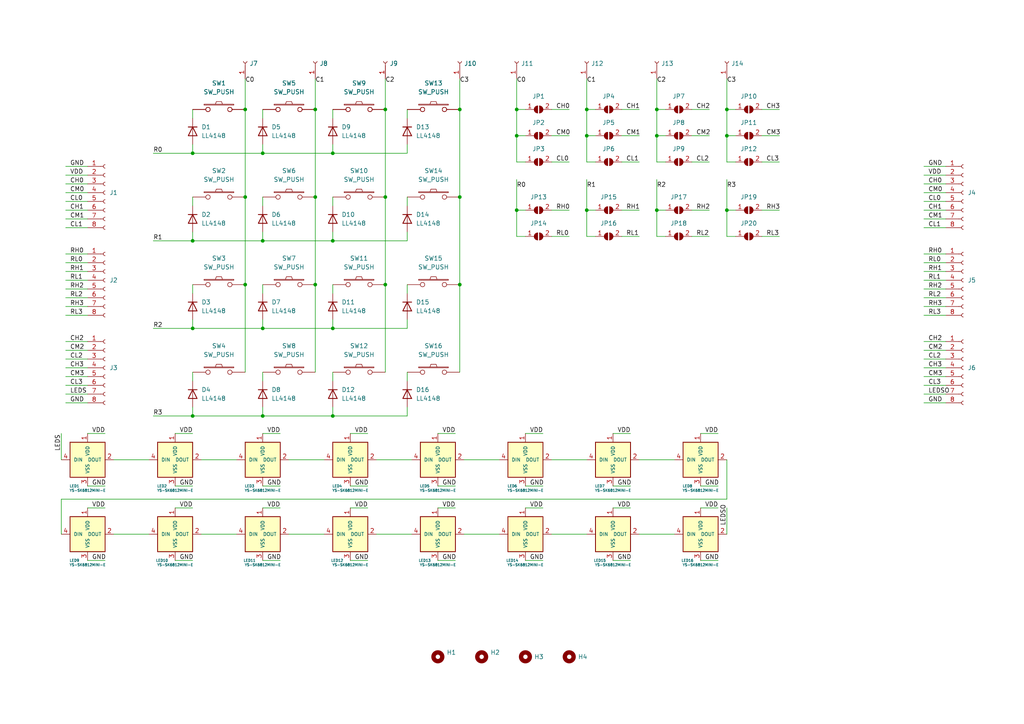
<source format=kicad_sch>
(kicad_sch (version 20211123) (generator eeschema)
  (paper "A4")
  (lib_symbols
    (symbol "Connector:Conn_01x01_Female" (pin_names (offset 1.016) hide)
      (property "Reference" "J" (at 0 2.54 0))
      (property "Value" "Conn_01x01_Female" (at 0 -2.54 0))
      (symbol "Conn_01x01_Female_1_1"
        (polyline (pts (xy -1.27 0) (xy -0.508 0)) (stroke (width 0.1524)))
        (arc (start 0 0.508) (mid -0.508 0) (end 0 -0.508) (stroke (width 0.1524)))
        (pin passive line (at -5.08 0 0) (length 3.81) (name "Pin_1") (number "1"))
      )
    )
    (symbol "Connector:Conn_01x08_Female" (pin_names (offset 1.016) hide)
      (property "Reference" "J" (at 0 10.16 0))
      (property "Value" "Conn_01x08_Female" (at 0 -12.7 0))
      (symbol "Conn_01x08_Female_1_1"
        (arc (start 0 -9.652) (mid -0.508 -10.16) (end 0 -10.668) (stroke (width 0.1524)))
        (arc (start 0 -7.112) (mid -0.508 -7.62) (end 0 -8.128) (stroke (width 0.1524)))
        (arc (start 0 -4.572) (mid -0.508 -5.08) (end 0 -5.588) (stroke (width 0.1524)))
        (arc (start 0 -2.032) (mid -0.508 -2.54) (end 0 -3.048) (stroke (width 0.1524)))
        (polyline (pts (xy -1.27 -10.16) (xy -0.508 -10.16)) (stroke (width 0.1524)))
        (polyline (pts (xy -1.27 -7.62) (xy -0.508 -7.62)) (stroke (width 0.1524)))
        (polyline (pts (xy -1.27 -5.08) (xy -0.508 -5.08)) (stroke (width 0.1524)))
        (polyline (pts (xy -1.27 -2.54) (xy -0.508 -2.54)) (stroke (width 0.1524)))
        (polyline (pts (xy -1.27 0) (xy -0.508 0)) (stroke (width 0.1524)))
        (polyline (pts (xy -1.27 2.54) (xy -0.508 2.54)) (stroke (width 0.1524)))
        (polyline (pts (xy -1.27 5.08) (xy -0.508 5.08)) (stroke (width 0.1524)))
        (polyline (pts (xy -1.27 7.62) (xy -0.508 7.62)) (stroke (width 0.1524)))
        (arc (start 0 0.508) (mid -0.508 0) (end 0 -0.508) (stroke (width 0.1524)))
        (arc (start 0 3.048) (mid -0.508 2.54) (end 0 2.032) (stroke (width 0.1524)))
        (arc (start 0 5.588) (mid -0.508 5.08) (end 0 4.572) (stroke (width 0.1524)))
        (arc (start 0 8.128) (mid -0.508 7.62) (end 0 7.112) (stroke (width 0.1524)))
        (pin passive line (at -5.08 7.62 0) (length 3.81) (name "Pin_1") (number "1"))
        (pin passive line (at -5.08 5.08 0) (length 3.81) (name "Pin_2") (number "2"))
        (pin passive line (at -5.08 2.54 0) (length 3.81) (name "Pin_3") (number "3"))
        (pin passive line (at -5.08 0 0) (length 3.81) (name "Pin_4") (number "4"))
        (pin passive line (at -5.08 -2.54 0) (length 3.81) (name "Pin_5") (number "5"))
        (pin passive line (at -5.08 -5.08 0) (length 3.81) (name "Pin_6") (number "6"))
        (pin passive line (at -5.08 -7.62 0) (length 3.81) (name "Pin_7") (number "7"))
        (pin passive line (at -5.08 -10.16 0) (length 3.81) (name "Pin_8") (number "8"))
      )
    )
    (symbol "Diode:LL4148" (pin_numbers hide) (pin_names (offset 1.016) hide)
      (property "Reference" "D" (at 0 2.54 0))
      (property "Value" "LL4148" (at 0 -2.54 0))
      (symbol "LL4148_0_1"
        (polyline (pts (xy -1.27 1.27) (xy -1.27 -1.27)) (stroke (width 0.254)))
        (polyline (pts (xy 1.27 0) (xy -1.27 0)))
        (polyline (pts (xy 1.27 1.27) (xy 1.27 -1.27) (xy -1.27 0) (xy 1.27 1.27)) (stroke (width 0.254)))
      )
      (symbol "LL4148_1_1"
        (pin passive line (at -3.81 0 0) (length 2.54) (name "K") (number "1"))
        (pin passive line (at 3.81 0 180) (length 2.54) (name "A") (number "2"))
      )
    )
    (symbol "Jumper:SolderJumper_2_Open" (pin_names (offset 0) hide)
      (property "Reference" "JP" (at 0 2.032 0))
      (property "Value" "SolderJumper_2_Open" (at 0 -2.54 0))
      (symbol "SolderJumper_2_Open_0_1"
        (arc (start -0.254 1.016) (mid -1.27 0) (end -0.254 -1.016))
        (arc (start -0.254 1.016) (mid -1.27 0) (end -0.254 -1.016) (fill (type outline)))
        (polyline (pts (xy -0.254 1.016) (xy -0.254 -1.016)))
        (polyline (pts (xy 0.254 1.016) (xy 0.254 -1.016)))
        (arc (start 0.254 -1.016) (mid 1.27 0) (end 0.254 1.016))
        (arc (start 0.254 -1.016) (mid 1.27 0) (end 0.254 1.016) (fill (type outline)))
      )
      (symbol "SolderJumper_2_Open_1_1"
        (pin passive line (at -3.81 0 0) (length 2.54) (name "A") (number "1"))
        (pin passive line (at 3.81 0 180) (length 2.54) (name "B") (number "2"))
      )
    )
    (symbol "Mechanical:MountingHole" (pin_names (offset 1.016))
      (property "Reference" "H" (at 0 5.08 0))
      (property "Value" "MountingHole" (at 0 3.175 0))
      (symbol "MountingHole_0_1"
        (circle (center 0 0) (radius 1.27) (stroke (width 1.27)))
      )
    )
    (symbol "kbd:SW_PUSH" (pin_numbers hide) (pin_names (offset 1.016) hide)
      (property "Reference" "SW" (at 3.81 2.794 0))
      (property "Value" "SW_PUSH" (at 0 -2.032 0))
      (symbol "SW_PUSH_0_1"
        (rectangle (start -4.318 1.27) (end 4.318 1.524))
        (polyline (pts (xy -1.016 1.524) (xy -0.762 2.286) (xy 0.762 2.286) (xy 1.016 1.524)))
        (pin passive inverted (at -7.62 0 0) (length 5.08) (name "1") (number "1"))
        (pin passive inverted (at 7.62 0 180) (length 5.08) (name "2") (number "2"))
      )
    )
    (symbol "kbd:YS-SK6812MINI-E" (pin_names (offset 1.016))
      (property "Reference" "LED" (at 2.54 -7.62 0))
      (property "Value" "YS-SK6812MINI-E" (at 6.35 -6.35 0))
      (symbol "YS-SK6812MINI-E_0_1"
        (rectangle (start -5.08 5.08) (end 5.08 -5.08) (stroke (width 0.254)) (fill (type background)))
      )
      (symbol "YS-SK6812MINI-E_1_1"
        (pin power_in line (at 0 7.62 270) (length 2.54) (name "VDD") (number "1"))
        (pin output line (at 7.62 0 180) (length 2.54) (name "DOUT") (number "2"))
        (pin power_in line (at 0 -7.62 90) (length 2.54) (name "VSS") (number "3"))
        (pin input line (at -7.62 0 0) (length 2.54) (name "DIN") (number "4"))
      )
    )
  )
  (junction (at 190.5 60.96))
  (junction (at 111.76 57.15))
  (junction (at 76.2 95.25))
  (junction (at 71.12 82.55))
  (junction (at 91.44 31.75))
  (junction (at 111.76 82.55))
  (junction (at 210.82 31.75))
  (junction (at 55.88 44.45))
  (junction (at 55.88 95.25))
  (junction (at 76.2 44.45))
  (junction (at 170.18 31.75))
  (junction (at 170.18 60.96))
  (junction (at 96.52 44.45))
  (junction (at 149.86 39.37))
  (junction (at 111.76 31.75))
  (junction (at 133.35 57.15))
  (junction (at 149.86 60.96))
  (junction (at 170.18 39.37))
  (junction (at 190.5 39.37))
  (junction (at 96.52 69.85))
  (junction (at 190.5 31.75))
  (junction (at 76.2 69.85))
  (junction (at 76.2 120.65))
  (junction (at 55.88 69.85))
  (junction (at 91.44 82.55))
  (junction (at 210.82 60.96))
  (junction (at 91.44 57.15))
  (junction (at 71.12 57.15))
  (junction (at 133.35 82.55))
  (junction (at 55.88 120.65))
  (junction (at 149.86 31.75))
  (junction (at 96.52 120.65))
  (junction (at 96.52 95.25))
  (junction (at 71.12 31.75))
  (junction (at 133.35 31.75))
  (junction (at 210.82 39.37))
  (wire (pts (xy 267.97 81.28) (xy 274.32 81.28)))
  (wire (pts (xy 44.45 120.65) (xy 55.88 120.65)))
  (wire (pts (xy 149.86 60.96) (xy 149.86 68.58)))
  (wire (pts (xy 19.05 101.6) (xy 25.4 101.6)))
  (wire (pts (xy 83.82 154.94) (xy 93.98 154.94)))
  (wire (pts (xy 210.82 22.86) (xy 210.82 31.75)))
  (wire (pts (xy 76.2 125.73) (xy 81.28 125.73)))
  (wire (pts (xy 190.5 60.96) (xy 190.5 68.58)))
  (wire (pts (xy 185.42 154.94) (xy 195.58 154.94)))
  (wire (pts (xy 55.88 31.75) (xy 55.88 34.29)))
  (wire (pts (xy 180.34 31.75) (xy 185.42 31.75)))
  (wire (pts (xy 127 147.32) (xy 132.08 147.32)))
  (wire (pts (xy 118.11 57.15) (xy 118.11 59.69)))
  (wire (pts (xy 118.11 120.65) (xy 118.11 118.11)))
  (wire (pts (xy 170.18 31.75) (xy 172.72 31.75)))
  (wire (pts (xy 210.82 68.58) (xy 213.36 68.58)))
  (wire (pts (xy 210.82 60.96) (xy 210.82 68.58)))
  (wire (pts (xy 267.97 114.3) (xy 274.32 114.3)))
  (wire (pts (xy 200.66 31.75) (xy 205.74 31.75)))
  (wire (pts (xy 210.82 60.96) (xy 213.36 60.96)))
  (wire (pts (xy 220.98 60.96) (xy 226.06 60.96)))
  (wire (pts (xy 267.97 88.9) (xy 274.32 88.9)))
  (wire (pts (xy 55.88 107.95) (xy 55.88 110.49)))
  (wire (pts (xy 190.5 31.75) (xy 193.04 31.75)))
  (wire (pts (xy 160.02 46.99) (xy 165.1 46.99)))
  (wire (pts (xy 76.2 57.15) (xy 76.2 59.69)))
  (wire (pts (xy 149.86 39.37) (xy 149.86 46.99)))
  (wire (pts (xy 96.52 44.45) (xy 118.11 44.45)))
  (wire (pts (xy 267.97 48.26) (xy 274.32 48.26)))
  (wire (pts (xy 55.88 44.45) (xy 76.2 44.45)))
  (wire (pts (xy 19.05 83.82) (xy 25.4 83.82)))
  (wire (pts (xy 71.12 22.86) (xy 71.12 31.75)))
  (wire (pts (xy 180.34 46.99) (xy 185.42 46.99)))
  (wire (pts (xy 19.05 88.9) (xy 25.4 88.9)))
  (wire (pts (xy 19.05 63.5) (xy 25.4 63.5)))
  (wire (pts (xy 44.45 44.45) (xy 55.88 44.45)))
  (wire (pts (xy 127 140.97) (xy 132.08 140.97)))
  (wire (pts (xy 200.66 68.58) (xy 205.74 68.58)))
  (wire (pts (xy 76.2 67.31) (xy 76.2 69.85)))
  (wire (pts (xy 127 162.56) (xy 132.08 162.56)))
  (wire (pts (xy 180.34 39.37) (xy 185.42 39.37)))
  (wire (pts (xy 25.4 162.56) (xy 30.48 162.56)))
  (wire (pts (xy 134.62 133.35) (xy 144.78 133.35)))
  (wire (pts (xy 267.97 73.66) (xy 274.32 73.66)))
  (wire (pts (xy 19.05 81.28) (xy 25.4 81.28)))
  (wire (pts (xy 118.11 82.55) (xy 118.11 85.09)))
  (wire (pts (xy 149.86 52.07) (xy 149.86 60.96)))
  (wire (pts (xy 267.97 106.68) (xy 274.32 106.68)))
  (wire (pts (xy 55.88 92.71) (xy 55.88 95.25)))
  (wire (pts (xy 19.05 109.22) (xy 25.4 109.22)))
  (wire (pts (xy 190.5 68.58) (xy 193.04 68.58)))
  (wire (pts (xy 170.18 60.96) (xy 170.18 68.58)))
  (wire (pts (xy 96.52 95.25) (xy 118.11 95.25)))
  (wire (pts (xy 76.2 41.91) (xy 76.2 44.45)))
  (wire (pts (xy 50.8 140.97) (xy 55.88 140.97)))
  (wire (pts (xy 76.2 95.25) (xy 96.52 95.25)))
  (wire (pts (xy 152.4 147.32) (xy 157.48 147.32)))
  (wire (pts (xy 210.82 31.75) (xy 210.82 39.37)))
  (wire (pts (xy 71.12 82.55) (xy 71.12 107.95)))
  (wire (pts (xy 118.11 69.85) (xy 118.11 67.31)))
  (wire (pts (xy 91.44 31.75) (xy 91.44 57.15)))
  (wire (pts (xy 133.35 57.15) (xy 133.35 82.55)))
  (wire (pts (xy 19.05 86.36) (xy 25.4 86.36)))
  (wire (pts (xy 101.6 147.32) (xy 106.68 147.32)))
  (wire (pts (xy 203.2 140.97) (xy 208.28 140.97)))
  (wire (pts (xy 71.12 31.75) (xy 71.12 57.15)))
  (wire (pts (xy 17.78 144.78) (xy 17.78 154.94)))
  (wire (pts (xy 91.44 57.15) (xy 91.44 82.55)))
  (wire (pts (xy 190.5 39.37) (xy 193.04 39.37)))
  (wire (pts (xy 91.44 22.86) (xy 91.44 31.75)))
  (wire (pts (xy 44.45 69.85) (xy 55.88 69.85)))
  (wire (pts (xy 267.97 109.22) (xy 274.32 109.22)))
  (wire (pts (xy 267.97 63.5) (xy 274.32 63.5)))
  (wire (pts (xy 55.88 120.65) (xy 76.2 120.65)))
  (wire (pts (xy 118.11 107.95) (xy 118.11 110.49)))
  (wire (pts (xy 160.02 31.75) (xy 165.1 31.75)))
  (wire (pts (xy 267.97 101.6) (xy 274.32 101.6)))
  (wire (pts (xy 101.6 125.73) (xy 106.68 125.73)))
  (wire (pts (xy 267.97 116.84) (xy 274.32 116.84)))
  (wire (pts (xy 190.5 52.07) (xy 190.5 60.96)))
  (wire (pts (xy 267.97 86.36) (xy 274.32 86.36)))
  (wire (pts (xy 76.2 107.95) (xy 76.2 110.49)))
  (wire (pts (xy 267.97 78.74) (xy 274.32 78.74)))
  (wire (pts (xy 91.44 82.55) (xy 91.44 107.95)))
  (wire (pts (xy 96.52 92.71) (xy 96.52 95.25)))
  (wire (pts (xy 50.8 125.73) (xy 55.88 125.73)))
  (wire (pts (xy 19.05 58.42) (xy 25.4 58.42)))
  (wire (pts (xy 33.02 154.94) (xy 43.18 154.94)))
  (wire (pts (xy 19.05 50.8) (xy 25.4 50.8)))
  (wire (pts (xy 76.2 31.75) (xy 76.2 34.29)))
  (wire (pts (xy 127 125.73) (xy 132.08 125.73)))
  (wire (pts (xy 118.11 44.45) (xy 118.11 41.91)))
  (wire (pts (xy 83.82 133.35) (xy 93.98 133.35)))
  (wire (pts (xy 101.6 140.97) (xy 106.68 140.97)))
  (wire (pts (xy 96.52 118.11) (xy 96.52 120.65)))
  (wire (pts (xy 160.02 154.94) (xy 170.18 154.94)))
  (wire (pts (xy 111.76 31.75) (xy 111.76 57.15)))
  (wire (pts (xy 149.86 60.96) (xy 152.4 60.96)))
  (wire (pts (xy 267.97 58.42) (xy 274.32 58.42)))
  (wire (pts (xy 76.2 44.45) (xy 96.52 44.45)))
  (wire (pts (xy 160.02 68.58) (xy 165.1 68.58)))
  (wire (pts (xy 25.4 125.73) (xy 30.48 125.73)))
  (wire (pts (xy 267.97 66.04) (xy 274.32 66.04)))
  (wire (pts (xy 109.22 154.94) (xy 119.38 154.94)))
  (wire (pts (xy 58.42 133.35) (xy 68.58 133.35)))
  (wire (pts (xy 96.52 107.95) (xy 96.52 110.49)))
  (wire (pts (xy 133.35 31.75) (xy 133.35 57.15)))
  (wire (pts (xy 267.97 55.88) (xy 274.32 55.88)))
  (wire (pts (xy 220.98 31.75) (xy 226.06 31.75)))
  (wire (pts (xy 55.88 82.55) (xy 55.88 85.09)))
  (wire (pts (xy 19.05 60.96) (xy 25.4 60.96)))
  (wire (pts (xy 152.4 162.56) (xy 157.48 162.56)))
  (wire (pts (xy 170.18 60.96) (xy 172.72 60.96)))
  (wire (pts (xy 76.2 120.65) (xy 96.52 120.65)))
  (wire (pts (xy 210.82 39.37) (xy 210.82 46.99)))
  (wire (pts (xy 19.05 106.68) (xy 25.4 106.68)))
  (wire (pts (xy 76.2 82.55) (xy 76.2 85.09)))
  (wire (pts (xy 152.4 125.73) (xy 157.48 125.73)))
  (wire (pts (xy 170.18 39.37) (xy 170.18 46.99)))
  (wire (pts (xy 19.05 111.76) (xy 25.4 111.76)))
  (wire (pts (xy 177.8 140.97) (xy 182.88 140.97)))
  (wire (pts (xy 25.4 140.97) (xy 30.48 140.97)))
  (wire (pts (xy 19.05 99.06) (xy 25.4 99.06)))
  (wire (pts (xy 185.42 133.35) (xy 195.58 133.35)))
  (wire (pts (xy 19.05 55.88) (xy 25.4 55.88)))
  (wire (pts (xy 55.88 57.15) (xy 55.88 59.69)))
  (wire (pts (xy 133.35 82.55) (xy 133.35 107.95)))
  (wire (pts (xy 267.97 83.82) (xy 274.32 83.82)))
  (wire (pts (xy 190.5 39.37) (xy 190.5 46.99)))
  (wire (pts (xy 76.2 140.97) (xy 81.28 140.97)))
  (wire (pts (xy 133.35 22.86) (xy 133.35 31.75)))
  (wire (pts (xy 111.76 22.86) (xy 111.76 31.75)))
  (wire (pts (xy 177.8 147.32) (xy 182.88 147.32)))
  (wire (pts (xy 76.2 92.71) (xy 76.2 95.25)))
  (wire (pts (xy 203.2 162.56) (xy 208.28 162.56)))
  (wire (pts (xy 220.98 46.99) (xy 226.06 46.99)))
  (wire (pts (xy 149.86 68.58) (xy 152.4 68.58)))
  (wire (pts (xy 55.88 69.85) (xy 76.2 69.85)))
  (wire (pts (xy 76.2 69.85) (xy 96.52 69.85)))
  (wire (pts (xy 170.18 31.75) (xy 170.18 39.37)))
  (wire (pts (xy 96.52 67.31) (xy 96.52 69.85)))
  (wire (pts (xy 200.66 46.99) (xy 205.74 46.99)))
  (wire (pts (xy 111.76 57.15) (xy 111.76 82.55)))
  (wire (pts (xy 149.86 22.86) (xy 149.86 31.75)))
  (wire (pts (xy 210.82 52.07) (xy 210.82 60.96)))
  (wire (pts (xy 118.11 31.75) (xy 118.11 34.29)))
  (wire (pts (xy 170.18 39.37) (xy 172.72 39.37)))
  (wire (pts (xy 210.82 133.35) (xy 210.82 144.78)))
  (wire (pts (xy 96.52 82.55) (xy 96.52 85.09)))
  (wire (pts (xy 50.8 147.32) (xy 55.88 147.32)))
  (wire (pts (xy 17.78 125.73) (xy 17.78 133.35)))
  (wire (pts (xy 152.4 140.97) (xy 157.48 140.97)))
  (wire (pts (xy 76.2 147.32) (xy 81.28 147.32)))
  (wire (pts (xy 55.88 118.11) (xy 55.88 120.65)))
  (wire (pts (xy 190.5 31.75) (xy 190.5 39.37)))
  (wire (pts (xy 203.2 125.73) (xy 208.28 125.73)))
  (wire (pts (xy 177.8 125.73) (xy 182.88 125.73)))
  (wire (pts (xy 25.4 147.32) (xy 30.48 147.32)))
  (wire (pts (xy 170.18 22.86) (xy 170.18 31.75)))
  (wire (pts (xy 96.52 120.65) (xy 118.11 120.65)))
  (wire (pts (xy 267.97 111.76) (xy 274.32 111.76)))
  (wire (pts (xy 149.86 31.75) (xy 149.86 39.37)))
  (wire (pts (xy 50.8 162.56) (xy 55.88 162.56)))
  (wire (pts (xy 19.05 78.74) (xy 25.4 78.74)))
  (wire (pts (xy 220.98 68.58) (xy 226.06 68.58)))
  (wire (pts (xy 160.02 133.35) (xy 170.18 133.35)))
  (wire (pts (xy 134.62 154.94) (xy 144.78 154.94)))
  (wire (pts (xy 267.97 91.44) (xy 274.32 91.44)))
  (wire (pts (xy 19.05 73.66) (xy 25.4 73.66)))
  (wire (pts (xy 177.8 162.56) (xy 182.88 162.56)))
  (wire (pts (xy 118.11 95.25) (xy 118.11 92.71)))
  (wire (pts (xy 180.34 68.58) (xy 185.42 68.58)))
  (wire (pts (xy 190.5 22.86) (xy 190.5 31.75)))
  (wire (pts (xy 96.52 41.91) (xy 96.52 44.45)))
  (wire (pts (xy 19.05 116.84) (xy 25.4 116.84)))
  (wire (pts (xy 180.34 60.96) (xy 185.42 60.96)))
  (wire (pts (xy 71.12 57.15) (xy 71.12 82.55)))
  (wire (pts (xy 170.18 52.07) (xy 170.18 60.96)))
  (wire (pts (xy 267.97 104.14) (xy 274.32 104.14)))
  (wire (pts (xy 19.05 66.04) (xy 25.4 66.04)))
  (wire (pts (xy 19.05 91.44) (xy 25.4 91.44)))
  (wire (pts (xy 210.82 31.75) (xy 213.36 31.75)))
  (wire (pts (xy 267.97 60.96) (xy 274.32 60.96)))
  (wire (pts (xy 101.6 162.56) (xy 106.68 162.56)))
  (wire (pts (xy 96.52 69.85) (xy 118.11 69.85)))
  (wire (pts (xy 203.2 147.32) (xy 208.28 147.32)))
  (wire (pts (xy 267.97 53.34) (xy 274.32 53.34)))
  (wire (pts (xy 267.97 99.06) (xy 274.32 99.06)))
  (wire (pts (xy 220.98 39.37) (xy 226.06 39.37)))
  (wire (pts (xy 210.82 39.37) (xy 213.36 39.37)))
  (wire (pts (xy 190.5 60.96) (xy 193.04 60.96)))
  (wire (pts (xy 58.42 154.94) (xy 68.58 154.94)))
  (wire (pts (xy 19.05 114.3) (xy 25.4 114.3)))
  (wire (pts (xy 44.45 95.25) (xy 55.88 95.25)))
  (wire (pts (xy 200.66 39.37) (xy 205.74 39.37)))
  (wire (pts (xy 19.05 76.2) (xy 25.4 76.2)))
  (wire (pts (xy 19.05 48.26) (xy 25.4 48.26)))
  (wire (pts (xy 172.72 46.99) (xy 170.18 46.99)))
  (wire (pts (xy 267.97 76.2) (xy 274.32 76.2)))
  (wire (pts (xy 200.66 60.96) (xy 205.74 60.96)))
  (wire (pts (xy 111.76 82.55) (xy 111.76 107.95)))
  (wire (pts (xy 149.86 39.37) (xy 152.4 39.37)))
  (wire (pts (xy 170.18 68.58) (xy 172.72 68.58)))
  (wire (pts (xy 193.04 46.99) (xy 190.5 46.99)))
  (wire (pts (xy 33.02 133.35) (xy 43.18 133.35)))
  (wire (pts (xy 109.22 133.35) (xy 119.38 133.35)))
  (wire (pts (xy 160.02 60.96) (xy 165.1 60.96)))
  (wire (pts (xy 55.88 67.31) (xy 55.88 69.85)))
  (wire (pts (xy 96.52 31.75) (xy 96.52 34.29)))
  (wire (pts (xy 19.05 104.14) (xy 25.4 104.14)))
  (wire (pts (xy 96.52 57.15) (xy 96.52 59.69)))
  (wire (pts (xy 55.88 41.91) (xy 55.88 44.45)))
  (wire (pts (xy 55.88 95.25) (xy 76.2 95.25)))
  (wire (pts (xy 160.02 39.37) (xy 165.1 39.37)))
  (wire (pts (xy 76.2 118.11) (xy 76.2 120.65)))
  (wire (pts (xy 149.86 31.75) (xy 152.4 31.75)))
  (wire (pts (xy 152.4 46.99) (xy 149.86 46.99)))
  (wire (pts (xy 267.97 50.8) (xy 274.32 50.8)))
  (wire (pts (xy 76.2 162.56) (xy 81.28 162.56)))
  (wire (pts (xy 213.36 46.99) (xy 210.82 46.99)))
  (wire (pts (xy 210.82 144.78) (xy 17.78 144.78)))
  (wire (pts (xy 210.82 147.32) (xy 210.82 154.94)))
  (wire (pts (xy 19.05 53.34) (xy 25.4 53.34)))
  (label "GND" (at 153.67 140.97 0))
  (label "RL2" (at 20.32 86.36 0))
  (label "CH2" (at 269.24 99.06 0))
  (label "GND" (at 77.47 140.97 0))
  (label "CH0" (at 161.29 31.75 0))
  (label "RL0" (at 269.24 76.2 0))
  (label "RL2" (at 201.93 68.58 0))
  (label "VDD" (at 52.07 147.32 0))
  (label "RL3" (at 222.25 68.58 0))
  (label "RL0" (at 20.32 76.2 0))
  (label "CM0" (at 269.24 55.88 0))
  (label "R3" (at 44.45 120.65 0))
  (label "RH0" (at 20.32 73.66 0))
  (label "R0" (at 149.86 54.61 0))
  (label "CM2" (at 201.93 39.37 0))
  (label "GND" (at 128.27 140.97 0))
  (label "CL1" (at 269.24 66.04 0))
  (label "CL0" (at 161.29 46.99 0))
  (label "VDD" (at 102.87 147.32 0))
  (label "GND" (at 52.07 140.97 0))
  (label "CL2" (at 20.32 104.14 0))
  (label "CL3" (at 20.32 111.76 0))
  (label "VDD" (at 128.27 125.73 0))
  (label "GND" (at 77.47 162.56 0))
  (label "LEDS" (at 20.32 114.3 0))
  (label "C2" (at 111.76 24.13 0))
  (label "VDD" (at 77.47 147.32 0))
  (label "VDD" (at 52.07 125.73 0))
  (label "CL3" (at 269.24 111.76 0))
  (label "RH1" (at 181.61 60.96 0))
  (label "VDD" (at 204.47 147.32 0))
  (label "VDD" (at 26.67 147.32 0))
  (label "C1" (at 170.18 24.13 0))
  (label "VDD" (at 128.27 147.32 0))
  (label "CL0" (at 20.32 58.42 0))
  (label "CH3" (at 20.32 106.68 0))
  (label "CM1" (at 181.61 39.37 0))
  (label "C2" (at 190.5 24.13 0))
  (label "CH3" (at 269.24 106.68 0))
  (label "CL1" (at 181.61 46.99 0))
  (label "VDD" (at 20.32 50.8 0))
  (label "GND" (at 179.07 162.56 0))
  (label "RL2" (at 269.24 86.36 0))
  (label "GND" (at 269.24 116.84 0))
  (label "CM3" (at 269.24 109.22 0))
  (label "VDD" (at 102.87 125.73 0))
  (label "VDD" (at 204.47 125.73 0))
  (label "CL0" (at 269.24 58.42 0))
  (label "RL1" (at 20.32 81.28 0))
  (label "GND" (at 128.27 162.56 0))
  (label "RH0" (at 161.29 60.96 0))
  (label "R3" (at 210.82 54.61 0))
  (label "RL1" (at 181.61 68.58 0))
  (label "RL0" (at 161.29 68.58 0))
  (label "GND" (at 102.87 162.56 0))
  (label "VDD" (at 269.24 50.8 0))
  (label "VDD" (at 153.67 147.32 0))
  (label "VDD" (at 77.47 125.73 0))
  (label "GND" (at 26.67 162.56 0))
  (label "CH0" (at 269.24 53.34 0))
  (label "C0" (at 71.12 24.13 0))
  (label "VDD" (at 26.67 125.73 0))
  (label "CH0" (at 20.32 53.34 0))
  (label "CH1" (at 269.24 60.96 0))
  (label "GND" (at 26.67 140.97 0))
  (label "RH1" (at 20.32 78.74 0))
  (label "CM0" (at 20.32 55.88 0))
  (label "LEDS" (at 17.78 130.81 90))
  (label "CH1" (at 20.32 60.96 0))
  (label "C0" (at 149.86 24.13 0))
  (label "CL1" (at 20.32 66.04 0))
  (label "RH2" (at 269.24 83.82 0))
  (label "CM1" (at 269.24 63.5 0))
  (label "CM2" (at 269.24 101.6 0))
  (label "RL1" (at 269.24 81.28 0))
  (label "CH2" (at 20.32 99.06 0))
  (label "R1" (at 44.45 69.85 0))
  (label "R1" (at 170.18 54.61 0))
  (label "GND" (at 153.67 162.56 0))
  (label "GND" (at 102.87 140.97 0))
  (label "CL2" (at 201.93 46.99 0))
  (label "RL3" (at 20.32 91.44 0))
  (label "C1" (at 91.44 24.13 0))
  (label "CM3" (at 222.25 39.37 0))
  (label "RH3" (at 222.25 60.96 0))
  (label "GND" (at 204.47 162.56 0))
  (label "RH3" (at 269.24 88.9 0))
  (label "CH2" (at 201.93 31.75 0))
  (label "CM1" (at 20.32 63.5 0))
  (label "C3" (at 133.35 24.13 0))
  (label "VDD" (at 179.07 125.73 0))
  (label "CL2" (at 269.24 104.14 0))
  (label "C3" (at 210.82 24.13 0))
  (label "VDD" (at 179.07 147.32 0))
  (label "RH1" (at 269.24 78.74 0))
  (label "RH0" (at 269.24 73.66 0))
  (label "RH2" (at 201.93 60.96 0))
  (label "GND" (at 179.07 140.97 0))
  (label "CL3" (at 222.25 46.99 0))
  (label "GND" (at 20.32 48.26 0))
  (label "CH1" (at 181.61 31.75 0))
  (label "CM0" (at 161.29 39.37 0))
  (label "VDD" (at 153.67 125.73 0))
  (label "GND" (at 204.47 140.97 0))
  (label "RH2" (at 20.32 83.82 0))
  (label "GND" (at 269.24 48.26 0))
  (label "R0" (at 44.45 44.45 0))
  (label "RL3" (at 269.24 91.44 0))
  (label "CM2" (at 20.32 101.6 0))
  (label "R2" (at 190.5 54.61 0))
  (label "R2" (at 44.45 95.25 0))
  (label "GND" (at 20.32 116.84 0))
  (label "RH3" (at 20.32 88.9 0))
  (label "CH3" (at 222.25 31.75 0))
  (label "GND" (at 52.07 162.56 0))
  (label "LEDSO" (at 269.24 114.3 0))
  (label "CM3" (at 20.32 109.22 0))
  (label "LEDSO" (at 210.82 152.4 90))
  (symbol (lib_id "Diode:LL4148") (at 76.2 38.1 270) (unit 1)
    (property "Reference" "D5" (at 78.74 36.8299 90) (effects (justify left)))
    (property "Value" "LL4148" (at 78.74 39.3699 90) (effects (justify left)))
    (property "Footprint" "Diode_SMD:D_MiniMELF" (effects hide))
    (property "Datasheet" "http://www.vishay.com/docs/85557/ll4148.pdf" (effects hide))
  )
  (symbol (lib_id "kbd:SW_PUSH") (at 63.5 57.15 0) (unit 1)
    (property "Reference" "SW2" (at 63.5 49.53 0))
    (property "Value" "SW_PUSH" (at 63.5 52.07 0))
    (property "Footprint" "kbd:CherryMX_Hotswap" (effects hide))
  )
  (symbol (lib_id "Connector:Conn_01x08_Female") (at 279.4 55.88 0) (unit 1)
    (property "Reference" "J4" (at 280.67 55.8799 0) (effects (justify left)))
    (property "Value" "Conn_01x08_Female" (effects hide))
    (property "Footprint" "Connector_PinHeader_2.54mm:PinHeader_1x08_P2.54mm_Horizontal" (effects hide))
  )
  (symbol (lib_id "Connector:Conn_01x08_Female") (at 30.48 106.68 0) (unit 1)
    (property "Reference" "J3" (at 31.75 106.6799 0) (effects (justify left)))
    (property "Value" "Conn_01x08_Female" (effects hide))
    (property "Footprint" "Connector_PinSocket_2.54mm:PinSocket_1x08_P2.54mm_Horizontal" (effects hide))
  )
  (symbol (lib_id "kbd:SW_PUSH") (at 104.14 57.15 0) (unit 1)
    (property "Reference" "SW10" (at 104.14 49.53 0))
    (property "Value" "SW_PUSH" (at 104.14 52.07 0))
    (property "Footprint" "kbd:CherryMX_Hotswap" (effects hide))
  )
  (symbol (lib_id "Connector:Conn_01x01_Female") (at 149.86 17.78 90) (unit 1)
    (property "Reference" "J11" (at 151.13 18.4149 90) (effects (justify right)))
    (property "Value" "Conn_01x01_Female" (effects hide))
    (property "Footprint" "Connector_PinHeader_2.54mm:PinHeader_1x01_P2.54mm_Horizontal" (effects hide))
  )
  (symbol (lib_id "Jumper:SolderJumper_2_Open") (at 156.21 60.96 0) (unit 1)
    (property "Reference" "JP13" (at 156.21 57.15 0))
    (property "Value" "SolderJumper_2_Open" (effects hide))
    (property "Footprint" "kbd:Jumper" (effects hide))
  )
  (symbol (lib_id "Connector:Conn_01x01_Female") (at 71.12 17.78 90) (unit 1)
    (property "Reference" "J7" (at 72.39 18.4149 90) (effects (justify right)))
    (property "Value" "Conn_01x01_Female" (effects hide))
    (property "Footprint" "Connector_PinSocket_2.54mm:PinSocket_1x01_P2.54mm_Horizontal" (effects hide))
  )
  (symbol (lib_id "Diode:LL4148") (at 96.52 38.1 270) (unit 1)
    (property "Reference" "D9" (at 99.06 36.8299 90) (effects (justify left)))
    (property "Value" "LL4148" (at 99.06 39.3699 90) (effects (justify left)))
    (property "Footprint" "Diode_SMD:D_MiniMELF" (effects hide))
    (property "Datasheet" "http://www.vishay.com/docs/85557/ll4148.pdf" (effects hide))
  )
  (symbol (lib_id "kbd:YS-SK6812MINI-E") (at 101.6 133.35 0) (unit 1)
    (property "Reference" "LED4" (at 97.79 140.97 0) (effects (font (size 0.7366 0.7366))))
    (property "Value" "YS-SK6812MINI-E" (at 101.6 142.24 0) (effects (font (size 0.7366 0.7366))))
    (property "Footprint" "kbd:YS-SK6812MINI-E" (effects hide))
  )
  (symbol (lib_id "kbd:YS-SK6812MINI-E") (at 101.6 154.94 0) (unit 1)
    (property "Reference" "LED12" (at 97.79 162.56 0) (effects (font (size 0.7366 0.7366))))
    (property "Value" "YS-SK6812MINI-E" (at 101.6 163.83 0) (effects (font (size 0.7366 0.7366))))
    (property "Footprint" "kbd:YS-SK6812MINI-E" (effects hide))
  )
  (symbol (lib_id "Diode:LL4148") (at 55.88 114.3 270) (unit 1)
    (property "Reference" "D4" (at 58.42 113.0299 90) (effects (justify left)))
    (property "Value" "LL4148" (at 58.42 115.5699 90) (effects (justify left)))
    (property "Footprint" "Diode_SMD:D_MiniMELF" (effects hide))
    (property "Datasheet" "http://www.vishay.com/docs/85557/ll4148.pdf" (effects hide))
  )
  (symbol (lib_id "Mechanical:MountingHole") (at 127 190.5 0) (unit 1)
    (property "Reference" "H1" (at 129.54 189.2299 0) (effects (justify left)))
    (property "Value" "MountingHole" (effects hide))
    (property "Footprint" "MountingHole:MountingHole_3.2mm_M3_ISO7380" (effects hide))
  )
  (symbol (lib_id "Connector:Conn_01x01_Female") (at 190.5 17.78 90) (unit 1)
    (property "Reference" "J13" (at 191.77 18.4149 90) (effects (justify right)))
    (property "Value" "Conn_01x01_Female" (effects hide))
    (property "Footprint" "Connector_PinHeader_2.54mm:PinHeader_1x01_P2.54mm_Horizontal" (effects hide))
  )
  (symbol (lib_id "kbd:SW_PUSH") (at 125.73 82.55 0) (unit 1)
    (property "Reference" "SW15" (at 125.73 74.93 0))
    (property "Value" "SW_PUSH" (at 125.73 77.47 0))
    (property "Footprint" "kbd:CherryMX_Hotswap" (effects hide))
  )
  (symbol (lib_id "Connector:Conn_01x01_Female") (at 111.76 17.78 90) (unit 1)
    (property "Reference" "J9" (at 113.03 18.4149 90) (effects (justify right)))
    (property "Value" "Conn_01x01_Female" (effects hide))
    (property "Footprint" "Connector_PinSocket_2.54mm:PinSocket_1x01_P2.54mm_Horizontal" (effects hide))
  )
  (symbol (lib_id "kbd:SW_PUSH") (at 63.5 31.75 0) (unit 1)
    (property "Reference" "SW1" (at 63.5 24.13 0))
    (property "Value" "SW_PUSH" (at 63.5 26.67 0))
    (property "Footprint" "kbd:CherryMX_Hotswap" (effects hide))
  )
  (symbol (lib_id "Connector:Conn_01x01_Female") (at 133.35 17.78 90) (unit 1)
    (property "Reference" "J10" (at 134.62 18.4149 90) (effects (justify right)))
    (property "Value" "Conn_01x01_Female" (effects hide))
    (property "Footprint" "Connector_PinSocket_2.54mm:PinSocket_1x01_P2.54mm_Horizontal" (effects hide))
  )
  (symbol (lib_id "Connector:Conn_01x01_Female") (at 91.44 17.78 90) (unit 1)
    (property "Reference" "J8" (at 92.71 18.4149 90) (effects (justify right)))
    (property "Value" "Conn_01x01_Female" (effects hide))
    (property "Footprint" "Connector_PinSocket_2.54mm:PinSocket_1x01_P2.54mm_Horizontal" (effects hide))
  )
  (symbol (lib_id "kbd:SW_PUSH") (at 125.73 57.15 0) (unit 1)
    (property "Reference" "SW14" (at 125.73 49.53 0))
    (property "Value" "SW_PUSH" (at 125.73 52.07 0))
    (property "Footprint" "kbd:CherryMX_Hotswap" (effects hide))
  )
  (symbol (lib_id "kbd:SW_PUSH") (at 63.5 107.95 0) (unit 1)
    (property "Reference" "SW4" (at 63.5 100.33 0))
    (property "Value" "SW_PUSH" (at 63.5 102.87 0))
    (property "Footprint" "kbd:CherryMX_Hotswap" (effects hide))
  )
  (symbol (lib_id "kbd:SW_PUSH") (at 63.5 82.55 0) (unit 1)
    (property "Reference" "SW3" (at 63.5 74.93 0))
    (property "Value" "SW_PUSH" (at 63.5 77.47 0))
    (property "Footprint" "kbd:CherryMX_Hotswap" (effects hide))
  )
  (symbol (lib_id "kbd:SW_PUSH") (at 104.14 107.95 0) (unit 1)
    (property "Reference" "SW12" (at 104.14 100.33 0))
    (property "Value" "SW_PUSH" (at 104.14 102.87 0))
    (property "Footprint" "kbd:CherryMX_Hotswap" (effects hide))
  )
  (symbol (lib_id "kbd:YS-SK6812MINI-E") (at 203.2 154.94 0) (unit 1)
    (property "Reference" "LED16" (at 199.39 162.56 0) (effects (font (size 0.7366 0.7366))))
    (property "Value" "YS-SK6812MINI-E" (at 203.2 163.83 0) (effects (font (size 0.7366 0.7366))))
    (property "Footprint" "kbd:YS-SK6812MINI-E" (effects hide))
  )
  (symbol (lib_id "Diode:LL4148") (at 55.88 63.5 270) (unit 1)
    (property "Reference" "D2" (at 58.42 62.2299 90) (effects (justify left)))
    (property "Value" "LL4148" (at 58.42 64.7699 90) (effects (justify left)))
    (property "Footprint" "Diode_SMD:D_MiniMELF" (effects hide))
    (property "Datasheet" "http://www.vishay.com/docs/85557/ll4148.pdf" (effects hide))
  )
  (symbol (lib_id "kbd:YS-SK6812MINI-E") (at 177.8 133.35 0) (unit 1)
    (property "Reference" "LED7" (at 173.99 140.97 0) (effects (font (size 0.7366 0.7366))))
    (property "Value" "YS-SK6812MINI-E" (at 177.8 142.24 0) (effects (font (size 0.7366 0.7366))))
    (property "Footprint" "kbd:YS-SK6812MINI-E" (effects hide))
  )
  (symbol (lib_id "Mechanical:MountingHole") (at 165.1 190.5 0) (unit 1)
    (property "Reference" "H4" (at 167.64 190.4999 0) (effects (justify left)))
    (property "Value" "MountingHole" (effects hide))
    (property "Footprint" "MountingHole:MountingHole_3.2mm_M3_ISO7380" (effects hide))
  )
  (symbol (lib_id "Diode:LL4148") (at 118.11 63.5 270) (unit 1)
    (property "Reference" "D14" (at 120.65 62.2299 90) (effects (justify left)))
    (property "Value" "LL4148" (at 120.65 64.7699 90) (effects (justify left)))
    (property "Footprint" "Diode_SMD:D_MiniMELF" (effects hide))
    (property "Datasheet" "http://www.vishay.com/docs/85557/ll4148.pdf" (effects hide))
  )
  (symbol (lib_id "kbd:YS-SK6812MINI-E") (at 152.4 154.94 0) (unit 1)
    (property "Reference" "LED14" (at 148.59 162.56 0) (effects (font (size 0.7366 0.7366))))
    (property "Value" "YS-SK6812MINI-E" (at 152.4 163.83 0) (effects (font (size 0.7366 0.7366))))
    (property "Footprint" "kbd:YS-SK6812MINI-E" (effects hide))
  )
  (symbol (lib_id "Mechanical:MountingHole") (at 139.7 190.5 0) (unit 1)
    (property "Reference" "H2" (at 142.24 189.2299 0) (effects (justify left)))
    (property "Value" "MountingHole" (effects hide))
    (property "Footprint" "MountingHole:MountingHole_3.2mm_M3_ISO7380" (effects hide))
  )
  (symbol (lib_id "Jumper:SolderJumper_2_Open") (at 217.17 31.75 0) (unit 1)
    (property "Reference" "JP10" (at 217.17 27.94 0))
    (property "Value" "SolderJumper_2_Open" (effects hide))
    (property "Footprint" "kbd:Jumper" (effects hide))
  )
  (symbol (lib_id "kbd:YS-SK6812MINI-E") (at 76.2 133.35 0) (unit 1)
    (property "Reference" "LED3" (at 72.39 140.97 0) (effects (font (size 0.7366 0.7366))))
    (property "Value" "YS-SK6812MINI-E" (at 76.2 142.24 0) (effects (font (size 0.7366 0.7366))))
    (property "Footprint" "kbd:YS-SK6812MINI-E" (effects hide))
  )
  (symbol (lib_id "kbd:YS-SK6812MINI-E") (at 152.4 133.35 0) (unit 1)
    (property "Reference" "LED6" (at 148.59 140.97 0) (effects (font (size 0.7366 0.7366))))
    (property "Value" "YS-SK6812MINI-E" (at 152.4 142.24 0) (effects (font (size 0.7366 0.7366))))
    (property "Footprint" "kbd:YS-SK6812MINI-E" (effects hide))
  )
  (symbol (lib_id "kbd:SW_PUSH") (at 83.82 107.95 0) (unit 1)
    (property "Reference" "SW8" (at 83.82 100.33 0))
    (property "Value" "SW_PUSH" (at 83.82 102.87 0))
    (property "Footprint" "kbd:CherryMX_Hotswap" (effects hide))
  )
  (symbol (lib_id "Connector:Conn_01x08_Female") (at 30.48 55.88 0) (unit 1)
    (property "Reference" "J1" (at 31.75 55.8799 0) (effects (justify left)))
    (property "Value" "Conn_01x08_Female" (effects hide))
    (property "Footprint" "Connector_PinSocket_2.54mm:PinSocket_1x08_P2.54mm_Horizontal" (effects hide))
  )
  (symbol (lib_id "Connector:Conn_01x01_Female") (at 210.82 17.78 90) (unit 1)
    (property "Reference" "J14" (at 212.09 18.4149 90) (effects (justify right)))
    (property "Value" "Conn_01x01_Female" (effects hide))
    (property "Footprint" "Connector_PinHeader_2.54mm:PinHeader_1x01_P2.54mm_Horizontal" (effects hide))
  )
  (symbol (lib_id "kbd:YS-SK6812MINI-E") (at 127 154.94 0) (unit 1)
    (property "Reference" "LED13" (at 123.19 162.56 0) (effects (font (size 0.7366 0.7366))))
    (property "Value" "YS-SK6812MINI-E" (at 127 163.83 0) (effects (font (size 0.7366 0.7366))))
    (property "Footprint" "kbd:YS-SK6812MINI-E" (effects hide))
  )
  (symbol (lib_id "kbd:YS-SK6812MINI-E") (at 177.8 154.94 0) (unit 1)
    (property "Reference" "LED15" (at 173.99 162.56 0) (effects (font (size 0.7366 0.7366))))
    (property "Value" "YS-SK6812MINI-E" (at 177.8 163.83 0) (effects (font (size 0.7366 0.7366))))
    (property "Footprint" "kbd:YS-SK6812MINI-E" (effects hide))
  )
  (symbol (lib_id "Jumper:SolderJumper_2_Open") (at 196.85 39.37 0) (unit 1)
    (property "Reference" "JP8" (at 196.85 35.56 0))
    (property "Value" "SolderJumper_2_Open" (effects hide))
    (property "Footprint" "kbd:Jumper" (effects hide))
  )
  (symbol (lib_id "Diode:LL4148") (at 76.2 63.5 270) (unit 1)
    (property "Reference" "D6" (at 78.74 62.2299 90) (effects (justify left)))
    (property "Value" "LL4148" (at 78.74 64.7699 90) (effects (justify left)))
    (property "Footprint" "Diode_SMD:D_MiniMELF" (effects hide))
    (property "Datasheet" "http://www.vishay.com/docs/85557/ll4148.pdf" (effects hide))
  )
  (symbol (lib_id "Diode:LL4148") (at 118.11 114.3 270) (unit 1)
    (property "Reference" "D16" (at 120.65 113.0299 90) (effects (justify left)))
    (property "Value" "LL4148" (at 120.65 115.5699 90) (effects (justify left)))
    (property "Footprint" "Diode_SMD:D_MiniMELF" (effects hide))
    (property "Datasheet" "http://www.vishay.com/docs/85557/ll4148.pdf" (effects hide))
  )
  (symbol (lib_id "Diode:LL4148") (at 118.11 88.9 270) (unit 1)
    (property "Reference" "D15" (at 120.65 87.6299 90) (effects (justify left)))
    (property "Value" "LL4148" (at 120.65 90.1699 90) (effects (justify left)))
    (property "Footprint" "Diode_SMD:D_MiniMELF" (effects hide))
    (property "Datasheet" "http://www.vishay.com/docs/85557/ll4148.pdf" (effects hide))
  )
  (symbol (lib_id "Connector:Conn_01x08_Female") (at 30.48 81.28 0) (unit 1)
    (property "Reference" "J2" (at 31.75 81.2799 0) (effects (justify left)))
    (property "Value" "Conn_01x08_Female" (effects hide))
    (property "Footprint" "Connector_PinSocket_2.54mm:PinSocket_1x08_P2.54mm_Horizontal" (effects hide))
  )
  (symbol (lib_id "Diode:LL4148") (at 118.11 38.1 270) (unit 1)
    (property "Reference" "D13" (at 120.65 36.8299 90) (effects (justify left)))
    (property "Value" "LL4148" (at 120.65 39.3699 90) (effects (justify left)))
    (property "Footprint" "Diode_SMD:D_MiniMELF" (effects hide))
    (property "Datasheet" "http://www.vishay.com/docs/85557/ll4148.pdf" (effects hide))
  )
  (symbol (lib_id "Jumper:SolderJumper_2_Open") (at 176.53 68.58 0) (unit 1)
    (property "Reference" "JP16" (at 176.53 64.77 0))
    (property "Value" "SolderJumper_2_Open" (effects hide))
    (property "Footprint" "kbd:Jumper" (effects hide))
  )
  (symbol (lib_id "kbd:SW_PUSH") (at 83.82 57.15 0) (unit 1)
    (property "Reference" "SW6" (at 83.82 49.53 0))
    (property "Value" "SW_PUSH" (at 83.82 52.07 0))
    (property "Footprint" "kbd:CherryMX_Hotswap" (effects hide))
  )
  (symbol (lib_id "Diode:LL4148") (at 76.2 88.9 270) (unit 1)
    (property "Reference" "D7" (at 78.74 87.6299 90) (effects (justify left)))
    (property "Value" "LL4148" (at 78.74 90.1699 90) (effects (justify left)))
    (property "Footprint" "Diode_SMD:D_MiniMELF" (effects hide))
    (property "Datasheet" "http://www.vishay.com/docs/85557/ll4148.pdf" (effects hide))
  )
  (symbol (lib_id "Jumper:SolderJumper_2_Open") (at 196.85 46.99 0) (unit 1)
    (property "Reference" "JP9" (at 196.85 43.18 0))
    (property "Value" "SolderJumper_2_Open" (effects hide))
    (property "Footprint" "kbd:Jumper" (effects hide))
  )
  (symbol (lib_id "Jumper:SolderJumper_2_Open") (at 217.17 60.96 0) (unit 1)
    (property "Reference" "JP19" (at 217.17 57.15 0))
    (property "Value" "SolderJumper_2_Open" (effects hide))
    (property "Footprint" "kbd:Jumper" (effects hide))
  )
  (symbol (lib_id "Jumper:SolderJumper_2_Open") (at 196.85 68.58 0) (unit 1)
    (property "Reference" "JP18" (at 196.85 64.77 0))
    (property "Value" "SolderJumper_2_Open" (effects hide))
    (property "Footprint" "kbd:Jumper" (effects hide))
  )
  (symbol (lib_id "Jumper:SolderJumper_2_Open") (at 156.21 31.75 0) (unit 1)
    (property "Reference" "JP1" (at 156.21 27.94 0))
    (property "Value" "SolderJumper_2_Open" (effects hide))
    (property "Footprint" "kbd:Jumper" (effects hide))
  )
  (symbol (lib_id "kbd:YS-SK6812MINI-E") (at 25.4 133.35 0) (unit 1)
    (property "Reference" "LED1" (at 21.59 140.97 0) (effects (font (size 0.7366 0.7366))))
    (property "Value" "YS-SK6812MINI-E" (at 25.4 142.24 0) (effects (font (size 0.7366 0.7366))))
    (property "Footprint" "kbd:YS-SK6812MINI-E" (effects hide))
  )
  (symbol (lib_id "Jumper:SolderJumper_2_Open") (at 196.85 60.96 0) (unit 1)
    (property "Reference" "JP17" (at 196.85 57.15 0))
    (property "Value" "SolderJumper_2_Open" (effects hide))
    (property "Footprint" "kbd:Jumper" (effects hide))
  )
  (symbol (lib_id "Diode:LL4148") (at 96.52 63.5 270) (unit 1)
    (property "Reference" "D10" (at 99.06 62.2299 90) (effects (justify left)))
    (property "Value" "LL4148" (at 99.06 64.7699 90) (effects (justify left)))
    (property "Footprint" "Diode_SMD:D_MiniMELF" (effects hide))
    (property "Datasheet" "http://www.vishay.com/docs/85557/ll4148.pdf" (effects hide))
  )
  (symbol (lib_id "kbd:YS-SK6812MINI-E") (at 76.2 154.94 0) (unit 1)
    (property "Reference" "LED11" (at 72.39 162.56 0) (effects (font (size 0.7366 0.7366))))
    (property "Value" "YS-SK6812MINI-E" (at 76.2 163.83 0) (effects (font (size 0.7366 0.7366))))
    (property "Footprint" "kbd:YS-SK6812MINI-E" (effects hide))
  )
  (symbol (lib_id "Jumper:SolderJumper_2_Open") (at 217.17 68.58 0) (unit 1)
    (property "Reference" "JP20" (at 217.17 64.77 0))
    (property "Value" "SolderJumper_2_Open" (effects hide))
    (property "Footprint" "kbd:Jumper" (effects hide))
  )
  (symbol (lib_id "Mechanical:MountingHole") (at 152.4 190.5 0) (unit 1)
    (property "Reference" "H3" (at 154.94 190.4999 0) (effects (justify left)))
    (property "Value" "MountingHole" (effects hide))
    (property "Footprint" "MountingHole:MountingHole_3.2mm_M3_ISO7380" (effects hide))
  )
  (symbol (lib_id "kbd:YS-SK6812MINI-E") (at 203.2 133.35 0) (unit 1)
    (property "Reference" "LED8" (at 199.39 140.97 0) (effects (font (size 0.7366 0.7366))))
    (property "Value" "YS-SK6812MINI-E" (at 203.2 142.24 0) (effects (font (size 0.7366 0.7366))))
    (property "Footprint" "kbd:YS-SK6812MINI-E" (effects hide))
  )
  (symbol (lib_id "Jumper:SolderJumper_2_Open") (at 156.21 68.58 0) (unit 1)
    (property "Reference" "JP14" (at 156.21 64.77 0))
    (property "Value" "SolderJumper_2_Open" (effects hide))
    (property "Footprint" "kbd:Jumper" (effects hide))
  )
  (symbol (lib_id "Diode:LL4148") (at 76.2 114.3 270) (unit 1)
    (property "Reference" "D8" (at 78.74 113.0299 90) (effects (justify left)))
    (property "Value" "LL4148" (at 78.74 115.5699 90) (effects (justify left)))
    (property "Footprint" "Diode_SMD:D_MiniMELF" (effects hide))
    (property "Datasheet" "http://www.vishay.com/docs/85557/ll4148.pdf" (effects hide))
  )
  (symbol (lib_id "Jumper:SolderJumper_2_Open") (at 196.85 31.75 0) (unit 1)
    (property "Reference" "JP7" (at 196.85 27.94 0))
    (property "Value" "SolderJumper_2_Open" (effects hide))
    (property "Footprint" "kbd:Jumper" (effects hide))
  )
  (symbol (lib_id "Jumper:SolderJumper_2_Open") (at 217.17 46.99 0) (unit 1)
    (property "Reference" "JP12" (at 217.17 43.18 0))
    (property "Value" "SolderJumper_2_Open" (effects hide))
    (property "Footprint" "kbd:Jumper" (effects hide))
  )
  (symbol (lib_id "Diode:LL4148") (at 55.88 88.9 270) (unit 1)
    (property "Reference" "D3" (at 58.42 87.6299 90) (effects (justify left)))
    (property "Value" "LL4148" (at 58.42 90.1699 90) (effects (justify left)))
    (property "Footprint" "Diode_SMD:D_MiniMELF" (effects hide))
    (property "Datasheet" "http://www.vishay.com/docs/85557/ll4148.pdf" (effects hide))
  )
  (symbol (lib_id "kbd:SW_PUSH") (at 83.82 31.75 0) (unit 1)
    (property "Reference" "SW5" (at 83.82 24.13 0))
    (property "Value" "SW_PUSH" (at 83.82 26.67 0))
    (property "Footprint" "kbd:CherryMX_Hotswap" (effects hide))
  )
  (symbol (lib_id "Diode:LL4148") (at 96.52 88.9 270) (unit 1)
    (property "Reference" "D11" (at 99.06 87.6299 90) (effects (justify left)))
    (property "Value" "LL4148" (at 99.06 90.1699 90) (effects (justify left)))
    (property "Footprint" "Diode_SMD:D_MiniMELF" (effects hide))
    (property "Datasheet" "http://www.vishay.com/docs/85557/ll4148.pdf" (effects hide))
  )
  (symbol (lib_id "kbd:SW_PUSH") (at 83.82 82.55 0) (unit 1)
    (property "Reference" "SW7" (at 83.82 74.93 0))
    (property "Value" "SW_PUSH" (at 83.82 77.47 0))
    (property "Footprint" "kbd:CherryMX_Hotswap" (effects hide))
  )
  (symbol (lib_id "kbd:SW_PUSH") (at 104.14 82.55 0) (unit 1)
    (property "Reference" "SW11" (at 104.14 74.93 0))
    (property "Value" "SW_PUSH" (at 104.14 77.47 0))
    (property "Footprint" "kbd:CherryMX_Hotswap" (effects hide))
  )
  (symbol (lib_id "kbd:YS-SK6812MINI-E") (at 127 133.35 0) (unit 1)
    (property "Reference" "LED5" (at 123.19 140.97 0) (effects (font (size 0.7366 0.7366))))
    (property "Value" "YS-SK6812MINI-E" (at 127 142.24 0) (effects (font (size 0.7366 0.7366))))
    (property "Footprint" "kbd:YS-SK6812MINI-E" (effects hide))
  )
  (symbol (lib_id "Jumper:SolderJumper_2_Open") (at 156.21 39.37 0) (unit 1)
    (property "Reference" "JP2" (at 156.21 35.56 0))
    (property "Value" "SolderJumper_2_Open" (effects hide))
    (property "Footprint" "kbd:Jumper" (effects hide))
  )
  (symbol (lib_id "Jumper:SolderJumper_2_Open") (at 176.53 39.37 0) (unit 1)
    (property "Reference" "JP5" (at 176.53 35.56 0))
    (property "Value" "SolderJumper_2_Open" (effects hide))
    (property "Footprint" "kbd:Jumper" (effects hide))
  )
  (symbol (lib_id "Jumper:SolderJumper_2_Open") (at 156.21 46.99 0) (unit 1)
    (property "Reference" "JP3" (at 156.21 43.18 0))
    (property "Value" "SolderJumper_2_Open" (effects hide))
    (property "Footprint" "kbd:Jumper" (effects hide))
  )
  (symbol (lib_id "kbd:SW_PUSH") (at 104.14 31.75 0) (unit 1)
    (property "Reference" "SW9" (at 104.14 24.13 0))
    (property "Value" "SW_PUSH" (at 104.14 26.67 0))
    (property "Footprint" "kbd:CherryMX_Hotswap" (effects hide))
  )
  (symbol (lib_id "Connector:Conn_01x01_Female") (at 170.18 17.78 90) (unit 1)
    (property "Reference" "J12" (at 171.45 18.4149 90) (effects (justify right)))
    (property "Value" "Conn_01x01_Female" (effects hide))
    (property "Footprint" "Connector_PinHeader_2.54mm:PinHeader_1x01_P2.54mm_Horizontal" (effects hide))
  )
  (symbol (lib_id "Connector:Conn_01x08_Female") (at 279.4 81.28 0) (unit 1)
    (property "Reference" "J5" (at 280.67 81.2799 0) (effects (justify left)))
    (property "Value" "Conn_01x08_Female" (effects hide))
    (property "Footprint" "Connector_PinHeader_2.54mm:PinHeader_1x08_P2.54mm_Horizontal" (effects hide))
  )
  (symbol (lib_id "kbd:YS-SK6812MINI-E") (at 50.8 154.94 0) (unit 1)
    (property "Reference" "LED10" (at 46.99 162.56 0) (effects (font (size 0.7366 0.7366))))
    (property "Value" "YS-SK6812MINI-E" (at 50.8 163.83 0) (effects (font (size 0.7366 0.7366))))
    (property "Footprint" "kbd:YS-SK6812MINI-E" (effects hide))
  )
  (symbol (lib_id "Diode:LL4148") (at 96.52 114.3 270) (unit 1)
    (property "Reference" "D12" (at 99.06 113.0299 90) (effects (justify left)))
    (property "Value" "LL4148" (at 99.06 115.5699 90) (effects (justify left)))
    (property "Footprint" "Diode_SMD:D_MiniMELF" (effects hide))
    (property "Datasheet" "http://www.vishay.com/docs/85557/ll4148.pdf" (effects hide))
  )
  (symbol (lib_id "Diode:LL4148") (at 55.88 38.1 270) (unit 1)
    (property "Reference" "D1" (at 58.42 36.8299 90) (effects (justify left)))
    (property "Value" "LL4148" (at 58.42 39.3699 90) (effects (justify left)))
    (property "Footprint" "Diode_SMD:D_MiniMELF" (effects hide))
    (property "Datasheet" "http://www.vishay.com/docs/85557/ll4148.pdf" (effects hide))
  )
  (symbol (lib_id "Jumper:SolderJumper_2_Open") (at 176.53 31.75 0) (unit 1)
    (property "Reference" "JP4" (at 176.53 27.94 0))
    (property "Value" "SolderJumper_2_Open" (effects hide))
    (property "Footprint" "kbd:Jumper" (effects hide))
  )
  (symbol (lib_id "kbd:SW_PUSH") (at 125.73 31.75 0) (unit 1)
    (property "Reference" "SW13" (at 125.73 24.13 0))
    (property "Value" "SW_PUSH" (at 125.73 26.67 0))
    (property "Footprint" "kbd:CherryMX_Hotswap" (effects hide))
  )
  (symbol (lib_id "Connector:Conn_01x08_Female") (at 279.4 106.68 0) (unit 1)
    (property "Reference" "J6" (at 280.67 106.6799 0) (effects (justify left)))
    (property "Value" "Conn_01x08_Female" (effects hide))
    (property "Footprint" "Connector_PinHeader_2.54mm:PinHeader_1x08_P2.54mm_Horizontal" (effects hide))
  )
  (symbol (lib_id "kbd:SW_PUSH") (at 125.73 107.95 0) (unit 1)
    (property "Reference" "SW16" (at 125.73 100.33 0))
    (property "Value" "SW_PUSH" (at 125.73 102.87 0))
    (property "Footprint" "kbd:CherryMX_Hotswap" (effects hide))
  )
  (symbol (lib_id "Jumper:SolderJumper_2_Open") (at 176.53 46.99 0) (unit 1)
    (property "Reference" "JP6" (at 176.53 43.18 0))
    (property "Value" "SolderJumper_2_Open" (effects hide))
    (property "Footprint" "kbd:Jumper" (effects hide))
  )
  (symbol (lib_id "Jumper:SolderJumper_2_Open") (at 217.17 39.37 0) (unit 1)
    (property "Reference" "JP11" (at 217.17 35.56 0))
    (property "Value" "SolderJumper_2_Open" (effects hide))
    (property "Footprint" "kbd:Jumper" (effects hide))
  )
  (symbol (lib_id "kbd:YS-SK6812MINI-E") (at 50.8 133.35 0) (unit 1)
    (property "Reference" "LED2" (at 46.99 140.97 0) (effects (font (size 0.7366 0.7366))))
    (property "Value" "YS-SK6812MINI-E" (at 50.8 142.24 0) (effects (font (size 0.7366 0.7366))))
    (property "Footprint" "kbd:YS-SK6812MINI-E" (effects hide))
  )
  (symbol (lib_id "kbd:YS-SK6812MINI-E") (at 25.4 154.94 0) (unit 1)
    (property "Reference" "LED9" (at 21.59 162.56 0) (effects (font (size 0.7366 0.7366))))
    (property "Value" "YS-SK6812MINI-E" (at 25.4 163.83 0) (effects (font (size 0.7366 0.7366))))
    (property "Footprint" "kbd:YS-SK6812MINI-E" (effects hide))
  )
  (symbol (lib_id "Jumper:SolderJumper_2_Open") (at 176.53 60.96 0) (unit 1)
    (property "Reference" "JP15" (at 176.53 57.15 0))
    (property "Value" "SolderJumper_2_Open" (effects hide))
    (property "Footprint" "kbd:Jumper" (effects hide))
  )
)
</source>
